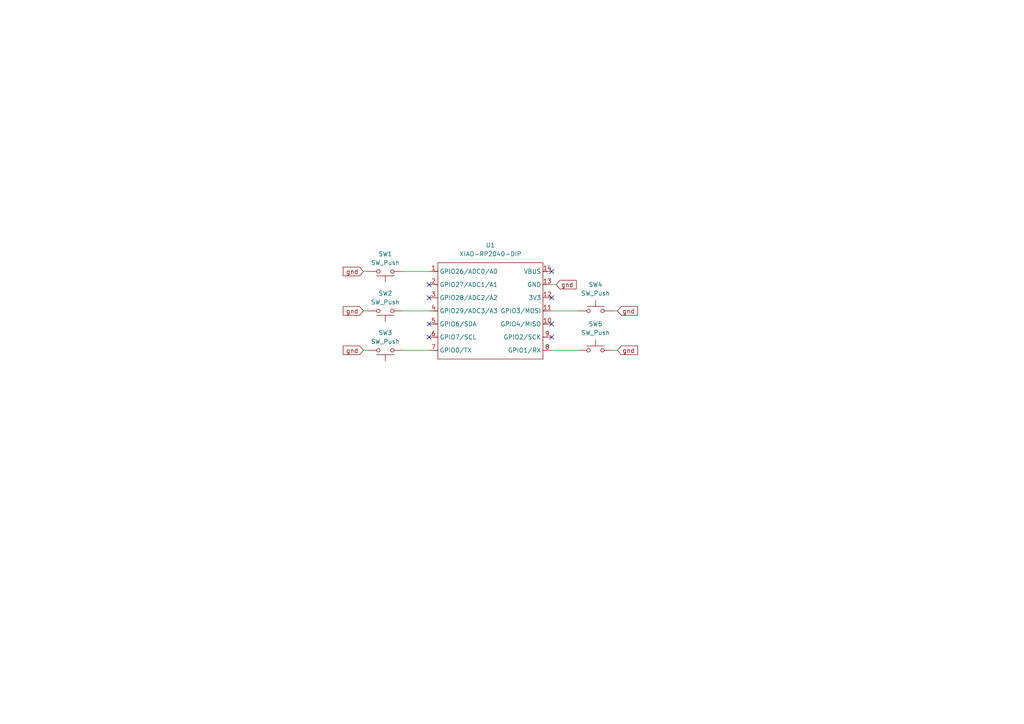
<source format=kicad_sch>
(kicad_sch (version 20250114) (generator "eeschema") (generator_version "9.0")
  (paper "A4")
  (title_block (title "RiftBox Schematic") (date "2025-03-14") (company "Myocardinal Heavy Industries"))
  (lib_symbols
    (symbol "Seeed_Studio_XIAO_Series:XIAO-RP2040-DIP"
      (property "Reference" "U" (at 0 0 0))
      (property "Value" "XIAO-RP2040-DIP" (at 5.334 -1.778 0))
      (symbol "XIAO-RP2040-DIP_1_0"
        (polyline (pts (xy -1.27 -2.54) (xy 29.21 -2.54)) (stroke (width 0.1524)))
        (polyline (pts (xy -1.27 -5.08) (xy -2.54 -5.08)) (stroke (width 0.1524)))
        (polyline (pts (xy -1.27 -5.08) (xy -1.27 -2.54)) (stroke (width 0.1524)))
        (polyline (pts (xy -1.27 -8.89) (xy -2.54 -8.89)) (stroke (width 0.1524)))
        (polyline (pts (xy -1.27 -8.89) (xy -1.27 -5.08)) (stroke (width 0.1524)))
        (polyline (pts (xy -1.27 -12.7) (xy -2.54 -12.7)) (stroke (width 0.1524)))
        (polyline (pts (xy -1.27 -12.7) (xy -1.27 -8.89)) (stroke (width 0.1524)))
        (polyline (pts (xy -1.27 -16.51) (xy -2.54 -16.51)) (stroke (width 0.1524)))
        (polyline (pts (xy -1.27 -16.51) (xy -1.27 -12.7)) (stroke (width 0.1524)))
        (polyline (pts (xy -1.27 -20.32) (xy -2.54 -20.32)) (stroke (width 0.1524)))
        (polyline (pts (xy -1.27 -24.13) (xy -2.54 -24.13)) (stroke (width 0.1524)))
        (polyline (pts (xy -1.27 -27.94) (xy -2.54 -27.94)) (stroke (width 0.1524)))
        (polyline (pts (xy -1.27 -30.48) (xy -1.27 -16.51)) (stroke (width 0.1524)))
        (polyline (pts (xy 29.21 -2.54) (xy 29.21 -5.08)) (stroke (width 0.1524)))
        (polyline (pts (xy 29.21 -5.08) (xy 29.21 -8.89)) (stroke (width 0.1524)))
        (polyline (pts (xy 29.21 -8.89) (xy 29.21 -12.7)) (stroke (width 0.1524)))
        (polyline (pts (xy 29.21 -12.7) (xy 29.21 -30.48)) (stroke (width 0.1524)))
        (polyline (pts (xy 29.21 -30.48) (xy -1.27 -30.48)) (stroke (width 0.1524)))
        (polyline (pts (xy 30.48 -5.08) (xy 29.21 -5.08)) (stroke (width 0.1524)))
        (polyline (pts (xy 30.48 -8.89) (xy 29.21 -8.89)) (stroke (width 0.1524)))
        (polyline (pts (xy 30.48 -12.7) (xy 29.21 -12.7)) (stroke (width 0.1524)))
        (polyline (pts (xy 30.48 -16.51) (xy 29.21 -16.51)) (stroke (width 0.1524)))
        (polyline (pts (xy 30.48 -20.32) (xy 29.21 -20.32)) (stroke (width 0.1524)))
        (polyline (pts (xy 30.48 -24.13) (xy 29.21 -24.13)) (stroke (width 0.1524)))
        (polyline (pts (xy 30.48 -27.94) (xy 29.21 -27.94)) (stroke (width 0.1524)))
        (pin passive line (at -3.81 -5.08 0) (length 2.54) (name "GPIO26/ADC0/A0") (number "1"))
        (pin passive line (at -3.81 -8.89 0) (length 2.54) (name "GPIO27/ADC1/A1") (number "2"))
        (pin passive line (at -3.81 -12.7 0) (length 2.54) (name "GPIO28/ADC2/A2") (number "3"))
        (pin passive line (at -3.81 -16.51 0) (length 2.54) (name "GPIO29/ADC3/A3") (number "4"))
        (pin passive line (at -3.81 -20.32 0) (length 2.54) (name "GPIO6/SDA") (number "5"))
        (pin passive line (at -3.81 -24.13 0) (length 2.54) (name "GPIO7/SCL") (number "6"))
        (pin passive line (at -3.81 -27.94 0) (length 2.54) (name "GPIO0/TX") (number "7"))
        (pin passive line (at 31.75 -5.08 180) (length 2.54) (name "VBUS") (number "14"))
        (pin passive line (at 31.75 -8.89 180) (length 2.54) (name "GND") (number "13"))
        (pin passive line (at 31.75 -12.7 180) (length 2.54) (name "3V3") (number "12"))
        (pin passive line (at 31.75 -16.51 180) (length 2.54) (name "GPIO3/MOSI") (number "11"))
        (pin passive line (at 31.75 -20.32 180) (length 2.54) (name "GPIO4/MISO") (number "10"))
        (pin passive line (at 31.75 -24.13 180) (length 2.54) (name "GPIO2/SCK") (number "9"))
        (pin passive line (at 31.75 -27.94 180) (length 2.54) (name "GPIO1/RX") (number "8"))
      )
    )
    (symbol "Switch:SW_Push" (pin_numbers (hide yes)) (pin_names (offset 1.016) (hide yes))
      (property "Reference" "SW" (at 1.27 2.54 0))
      (property "Value" "SW_Push" (at 0 -1.524 0))
      (symbol "SW_Push_0_1"
        (circle (center -2.032 0) (radius 0.508))
        (polyline (pts (xy 0 1.27) (xy 0 3.048)))
        (circle (center 2.032 0) (radius 0.508))
        (polyline (pts (xy 2.54 1.27) (xy -2.54 1.27)))
        (pin passive line (at -5.08 0 0) (length 2.54) (name "1") (number "1"))
        (pin passive line (at 5.08 0 180) (length 2.54) (name "2") (number "2"))
      )
    )
  )
  (no_connect (at 160.02 93.98))
  (no_connect (at 124.46 86.36))
  (no_connect (at 160.02 78.74))
  (no_connect (at 124.46 97.79))
  (no_connect (at 124.46 82.55))
  (no_connect (at 160.02 86.36))
  (no_connect (at 124.46 93.98))
  (no_connect (at 160.02 97.79))
  (wire (pts (xy 116.84 101.6) (xy 124.46 101.6)))
  (wire (pts (xy 160.02 101.6) (xy 167.64 101.6)))
  (wire (pts (xy 160.02 82.55) (xy 161.29 82.55)))
  (wire (pts (xy 116.84 90.17) (xy 124.46 90.17)))
  (wire (pts (xy 160.02 90.17) (xy 167.64 90.17)))
  (wire (pts (xy 116.84 78.74) (xy 124.46 78.74)))
  (wire (pts (xy 177.8 90.17) (xy 179.07 90.17)))
  (wire (pts (xy 105.41 78.74) (xy 106.68 78.74)))
  (wire (pts (xy 105.41 90.17) (xy 106.68 90.17)))
  (wire (pts (xy 177.8 101.6) (xy 179.07 101.6)))
  (wire (pts (xy 105.41 101.6) (xy 106.68 101.6)))
  (global_label "gnd" (shape input) (at 105.41 78.74 180) (property "Intersheetrefs" "${INTERSHEET_REFS}" (effects (hide yes))))
  (global_label "gnd" (shape input) (at 161.29 82.55 0) (property "Intersheetrefs" "${INTERSHEET_REFS}" (effects (hide yes))))
  (global_label "gnd" (shape input) (at 179.07 90.17 0) (property "Intersheetrefs" "${INTERSHEET_REFS}" (effects (hide yes))))
  (global_label "gnd" (shape input) (at 179.07 101.6 0) (property "Intersheetrefs" "${INTERSHEET_REFS}" (effects (hide yes))))
  (global_label "gnd" (shape input) (at 105.41 101.6 180) (property "Intersheetrefs" "${INTERSHEET_REFS}" (effects (hide yes))))
  (global_label "gnd" (shape input) (at 105.41 90.17 180) (property "Intersheetrefs" "${INTERSHEET_REFS}" (effects (hide yes))))
  (symbol (lib_id "Switch:SW_Push") (at 111.76 101.6 180) (unit 1)
    (property "Reference" "SW3" (at 111.76 96.52 0))
    (property "Value" "SW_Push" (at 111.76 99.06 0))
    (property "Footprint" "Library:Shady JST XH 1x2 2.54 mm" (effects (hide yes)))
    (property "Description" "Push button switch, generic, two pins" (effects (hide yes)))
  )
  (symbol (lib_id "Switch:SW_Push") (at 172.72 90.17 0) (unit 1)
    (property "Reference" "SW4" (at 172.72 82.55 0))
    (property "Value" "SW_Push" (at 172.72 85.09 0))
    (property "Footprint" "Library:Shady JST XH 1x2 2.54 mm" (effects (hide yes)))
    (property "Description" "Push button switch, generic, two pins" (effects (hide yes)))
  )
  (symbol (lib_id "Seeed_Studio_XIAO_Series:XIAO-RP2040-DIP") (at 128.27 73.66 0) (unit 1)
    (property "Reference" "U1" (at 142.24 71.12 0))
    (property "Value" "XIAO-RP2040-DIP" (at 142.24 73.66 0))
    (property "Footprint" "Library:XIAO-RP2040-DIP" (effects (hide yes)))
  )
  (symbol (lib_id "Switch:SW_Push") (at 111.76 90.17 180) (unit 1)
    (property "Reference" "SW2" (at 111.76 85.09 0))
    (property "Value" "SW_Push" (at 111.76 87.63 0))
    (property "Footprint" "Library:Shady JST XH 1x2 2.54 mm" (effects (hide yes)))
    (property "Description" "Push button switch, generic, two pins" (effects (hide yes)))
  )
  (symbol (lib_id "Switch:SW_Push") (at 111.76 78.74 180) (unit 1)
    (property "Reference" "SW1" (at 111.76 73.66 0))
    (property "Value" "SW_Push" (at 111.76 76.2 0))
    (property "Footprint" "Library:Shady JST XH 1x2 2.54 mm" (effects (hide yes)))
    (property "Description" "Push button switch, generic, two pins" (effects (hide yes)))
  )
  (symbol (lib_id "Switch:SW_Push") (at 172.72 101.6 0) (unit 1)
    (property "Reference" "SW5" (at 172.72 93.98 0))
    (property "Value" "SW_Push" (at 172.72 96.52 0))
    (property "Footprint" "Library:Shady JST XH 1x2 2.54 mm" (effects (hide yes)))
    (property "Description" "Push button switch, generic, two pins" (effects (hide yes)))
  )
)
</source>
